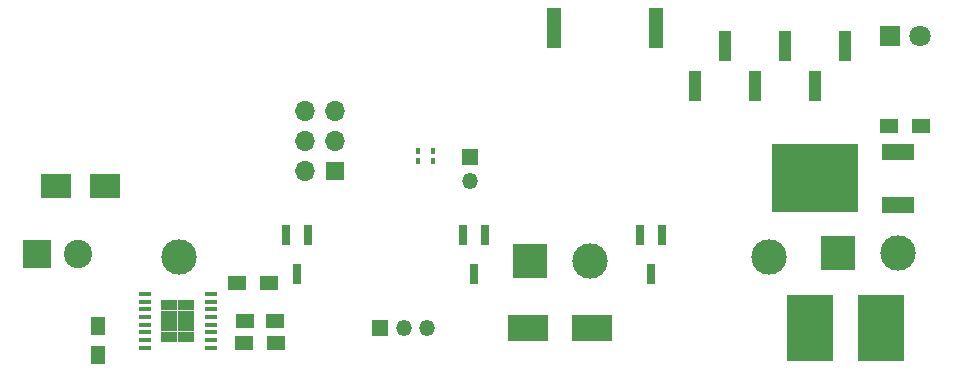
<source format=gbs>
G04 #@! TF.FileFunction,Soldermask,Bot*
%FSLAX46Y46*%
G04 Gerber Fmt 4.6, Leading zero omitted, Abs format (unit mm)*
G04 Created by KiCad (PCBNEW 4.0.7) date 08/08/19 18:58:54*
%MOMM*%
%LPD*%
G01*
G04 APERTURE LIST*
%ADD10C,0.100000*%
%ADD11R,4.000000X5.600000*%
%ADD12R,1.350000X1.350000*%
%ADD13O,1.350000X1.350000*%
%ADD14R,3.000000X3.000000*%
%ADD15C,3.000000*%
%ADD16R,1.000000X2.510000*%
%ADD17R,2.400000X2.400000*%
%ADD18C,2.400000*%
%ADD19R,1.600000X1.600000*%
%ADD20O,1.700000X1.700000*%
%ADD21R,1.250000X1.500000*%
%ADD22R,1.500000X1.250000*%
%ADD23R,1.500000X1.300000*%
%ADD24R,0.800000X1.800000*%
%ADD25R,2.700000X1.400000*%
%ADD26R,7.400000X5.800000*%
%ADD27R,3.500000X2.300000*%
%ADD28R,1.050000X0.450000*%
%ADD29R,1.470000X0.895000*%
%ADD30R,1.300000X3.400000*%
%ADD31R,1.800000X1.800000*%
%ADD32C,1.800000*%
%ADD33R,0.400000X0.600000*%
%ADD34R,2.650000X2.030000*%
G04 APERTURE END LIST*
D10*
D11*
X199438000Y-120650000D03*
X205438000Y-120650000D03*
D12*
X163068000Y-120650000D03*
D13*
X165068000Y-120650000D03*
X167068000Y-120650000D03*
D14*
X175768000Y-114935000D03*
D15*
X180848000Y-114935000D03*
D16*
X199898000Y-100080000D03*
X194818000Y-100080000D03*
X189738000Y-100080000D03*
X202438000Y-96770000D03*
X197358000Y-96770000D03*
X192278000Y-96770000D03*
D15*
X195998000Y-114619000D03*
D17*
X133998000Y-114365000D03*
D18*
X137498000Y-114365000D03*
D19*
X159258000Y-107315000D03*
D20*
X156718000Y-107315000D03*
X159258000Y-104775000D03*
X156718000Y-104775000D03*
X159258000Y-102235000D03*
X156718000Y-102235000D03*
D12*
X170688000Y-106172000D03*
D13*
X170688000Y-108172000D03*
D14*
X201803000Y-114300000D03*
D15*
X206883000Y-114300000D03*
D21*
X139192000Y-122916000D03*
X139192000Y-120416000D03*
D22*
X151658000Y-120015000D03*
X154158000Y-120015000D03*
D23*
X154258000Y-121920000D03*
X151558000Y-121920000D03*
X153623000Y-116840000D03*
X150923000Y-116840000D03*
X208868000Y-103505000D03*
X206168000Y-103505000D03*
D24*
X155048000Y-112715000D03*
X156948000Y-112715000D03*
X155998000Y-116015000D03*
X170048000Y-112715000D03*
X171948000Y-112715000D03*
X170998000Y-116015000D03*
X185048000Y-112715000D03*
X186948000Y-112715000D03*
X185998000Y-116015000D03*
D25*
X206888000Y-105670000D03*
X206888000Y-110230000D03*
D26*
X199906000Y-107950000D03*
D27*
X181008000Y-120650000D03*
X175608000Y-120650000D03*
D28*
X148698000Y-117740000D03*
X148698000Y-118390000D03*
X148698000Y-119040000D03*
X148698000Y-119690000D03*
X148698000Y-120340000D03*
X148698000Y-120990000D03*
X148698000Y-121640000D03*
X148698000Y-122290000D03*
X143148000Y-122290000D03*
X143148000Y-121640000D03*
X143148000Y-120990000D03*
X143148000Y-120340000D03*
X143148000Y-119690000D03*
X143148000Y-119040000D03*
X143148000Y-118390000D03*
X143148000Y-117740000D03*
D29*
X145188000Y-121357500D03*
X145188000Y-120462500D03*
X145188000Y-119567500D03*
X145188000Y-118672500D03*
X146658000Y-121357500D03*
X146658000Y-120462500D03*
X146658000Y-119567500D03*
X146658000Y-118672500D03*
D15*
X145998000Y-114619000D03*
D30*
X177818000Y-95250000D03*
X186418000Y-95250000D03*
D31*
X206248000Y-95885000D03*
D32*
X208788000Y-95885000D03*
D33*
X166243000Y-106445000D03*
X166243000Y-105645000D03*
X167513000Y-106445000D03*
X167513000Y-105645000D03*
D34*
X139758000Y-108585000D03*
X135578000Y-108585000D03*
M02*

</source>
